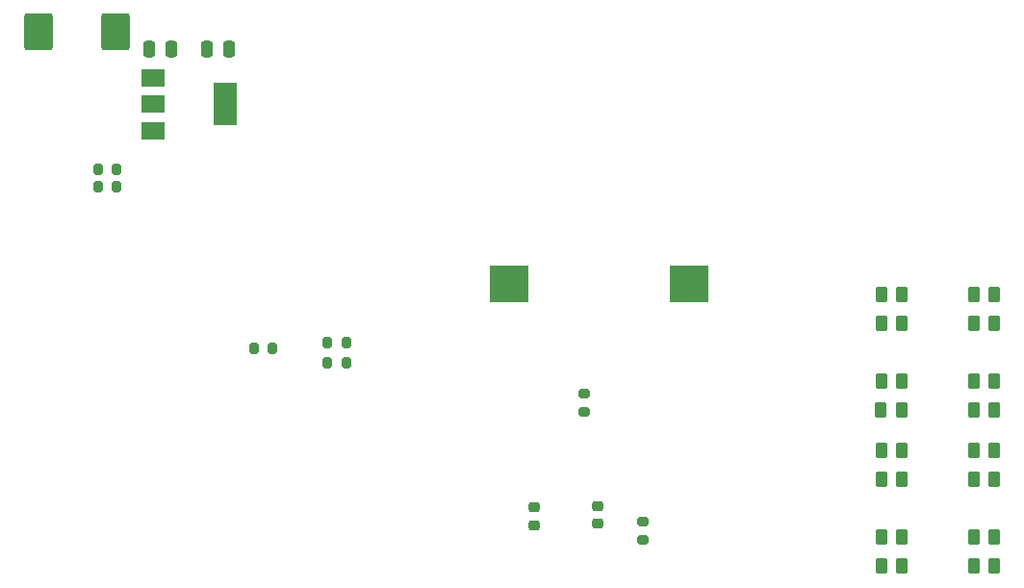
<source format=gbr>
%TF.GenerationSoftware,KiCad,Pcbnew,7.0.1*%
%TF.CreationDate,2023-04-28T21:22:04+03:00*%
%TF.ProjectId,leanometer_esp32,6c65616e-6f6d-4657-9465-725f65737033,R1*%
%TF.SameCoordinates,Original*%
%TF.FileFunction,Paste,Bot*%
%TF.FilePolarity,Positive*%
%FSLAX46Y46*%
G04 Gerber Fmt 4.6, Leading zero omitted, Abs format (unit mm)*
G04 Created by KiCad (PCBNEW 7.0.1) date 2023-04-28 21:22:04*
%MOMM*%
%LPD*%
G01*
G04 APERTURE LIST*
G04 Aperture macros list*
%AMRoundRect*
0 Rectangle with rounded corners*
0 $1 Rounding radius*
0 $2 $3 $4 $5 $6 $7 $8 $9 X,Y pos of 4 corners*
0 Add a 4 corners polygon primitive as box body*
4,1,4,$2,$3,$4,$5,$6,$7,$8,$9,$2,$3,0*
0 Add four circle primitives for the rounded corners*
1,1,$1+$1,$2,$3*
1,1,$1+$1,$4,$5*
1,1,$1+$1,$6,$7*
1,1,$1+$1,$8,$9*
0 Add four rect primitives between the rounded corners*
20,1,$1+$1,$2,$3,$4,$5,0*
20,1,$1+$1,$4,$5,$6,$7,0*
20,1,$1+$1,$6,$7,$8,$9,0*
20,1,$1+$1,$8,$9,$2,$3,0*%
G04 Aperture macros list end*
%ADD10RoundRect,0.200000X-0.200000X-0.275000X0.200000X-0.275000X0.200000X0.275000X-0.200000X0.275000X0*%
%ADD11RoundRect,0.200000X-0.275000X0.200000X-0.275000X-0.200000X0.275000X-0.200000X0.275000X0.200000X0*%
%ADD12RoundRect,0.250000X-0.262500X-0.450000X0.262500X-0.450000X0.262500X0.450000X-0.262500X0.450000X0*%
%ADD13R,3.500000X3.300000*%
%ADD14R,2.000000X1.500000*%
%ADD15R,2.000000X3.800000*%
%ADD16RoundRect,0.225000X0.250000X-0.225000X0.250000X0.225000X-0.250000X0.225000X-0.250000X-0.225000X0*%
%ADD17RoundRect,0.250000X0.262500X0.450000X-0.262500X0.450000X-0.262500X-0.450000X0.262500X-0.450000X0*%
%ADD18RoundRect,0.250000X-1.000000X1.400000X-1.000000X-1.400000X1.000000X-1.400000X1.000000X1.400000X0*%
%ADD19RoundRect,0.250000X-0.250000X-0.475000X0.250000X-0.475000X0.250000X0.475000X-0.250000X0.475000X0*%
%ADD20RoundRect,0.200000X0.275000X-0.200000X0.275000X0.200000X-0.275000X0.200000X-0.275000X-0.200000X0*%
%ADD21RoundRect,0.200000X0.200000X0.275000X-0.200000X0.275000X-0.200000X-0.275000X0.200000X-0.275000X0*%
G04 APERTURE END LIST*
D10*
%TO.C,R7*%
X128588000Y-94615000D03*
X130238000Y-94615000D03*
%TD*%
D11*
%TO.C,R5*%
X156337000Y-108522000D03*
X156337000Y-110172000D03*
%TD*%
D12*
%TO.C,R22*%
X185437000Y-109912000D03*
X187262000Y-109912000D03*
%TD*%
D13*
%TO.C,BT1*%
X144600000Y-87605000D03*
X160400000Y-87605000D03*
%TD*%
D10*
%TO.C,R3*%
X122100500Y-93281500D03*
X123750500Y-93281500D03*
%TD*%
D14*
%TO.C,U1*%
X113289000Y-74130000D03*
X113289000Y-71830000D03*
D15*
X119589000Y-71830000D03*
D14*
X113289000Y-69530000D03*
%TD*%
D16*
%TO.C,C1*%
X146812000Y-108852000D03*
X146812000Y-107302000D03*
%TD*%
D17*
%TO.C,R19*%
X179134000Y-104832000D03*
X177309000Y-104832000D03*
%TD*%
D12*
%TO.C,R26*%
X185437000Y-88586000D03*
X187262000Y-88586000D03*
%TD*%
D18*
%TO.C,D1*%
X103183800Y-65480000D03*
X109983800Y-65480000D03*
%TD*%
D12*
%TO.C,R31*%
X185437000Y-98746000D03*
X187262000Y-98746000D03*
%TD*%
D10*
%TO.C,R8*%
X128588000Y-92837000D03*
X130238000Y-92837000D03*
%TD*%
D19*
%TO.C,C4*%
X118029000Y-67004000D03*
X119929000Y-67004000D03*
%TD*%
D17*
%TO.C,R27*%
X179134000Y-91126000D03*
X177309000Y-91126000D03*
%TD*%
D12*
%TO.C,R25*%
X185437000Y-91126000D03*
X187262000Y-91126000D03*
%TD*%
%TO.C,R17*%
X185437000Y-104832000D03*
X187262000Y-104832000D03*
%TD*%
D17*
%TO.C,R20*%
X179134000Y-109912000D03*
X177309000Y-109912000D03*
%TD*%
D12*
%TO.C,R30*%
X185437000Y-96206000D03*
X187262000Y-96206000D03*
%TD*%
D17*
%TO.C,R29*%
X179109500Y-98746000D03*
X177284500Y-98746000D03*
%TD*%
%TO.C,R32*%
X179134000Y-88586000D03*
X177309000Y-88586000D03*
%TD*%
D19*
%TO.C,C2*%
X112949000Y-67004000D03*
X114849000Y-67004000D03*
%TD*%
D10*
%TO.C,R1*%
X108400400Y-77570400D03*
X110050400Y-77570400D03*
%TD*%
D17*
%TO.C,R21*%
X179134000Y-112452000D03*
X177309000Y-112452000D03*
%TD*%
D12*
%TO.C,R18*%
X185437000Y-102292000D03*
X187262000Y-102292000D03*
%TD*%
D20*
%TO.C,R6*%
X151200000Y-98925000D03*
X151200000Y-97275000D03*
%TD*%
D12*
%TO.C,R23*%
X185437000Y-112452000D03*
X187262000Y-112452000D03*
%TD*%
D17*
%TO.C,R28*%
X179134000Y-96206000D03*
X177309000Y-96206000D03*
%TD*%
D21*
%TO.C,R2*%
X110050400Y-79094400D03*
X108400400Y-79094400D03*
%TD*%
D17*
%TO.C,R24*%
X179134000Y-102292000D03*
X177309000Y-102292000D03*
%TD*%
D16*
%TO.C,C16*%
X152400000Y-108738000D03*
X152400000Y-107188000D03*
%TD*%
M02*

</source>
